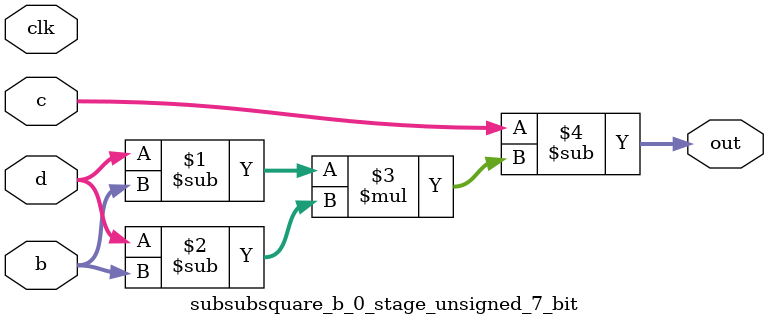
<source format=sv>
(* use_dsp = "yes" *) module subsubsquare_b_0_stage_unsigned_7_bit(
	input  [6:0] b,
	input  [6:0] c,
	input  [6:0] d,
	output [6:0] out,
	input clk);

	assign out = c - ((d - b) * (d - b));
endmodule

</source>
